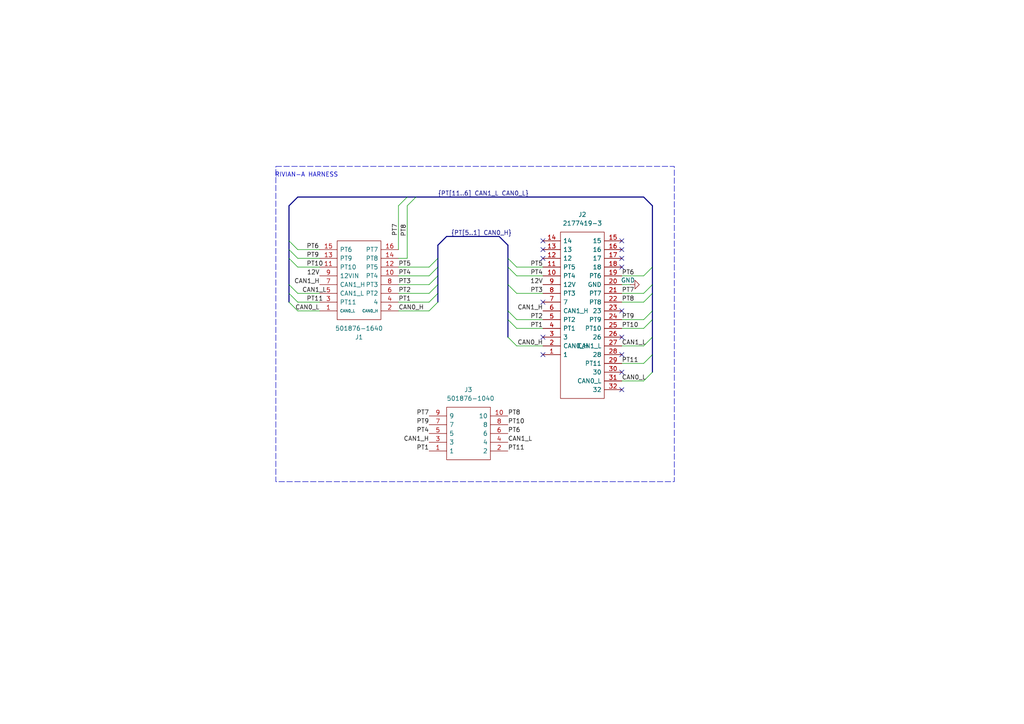
<source format=kicad_sch>
(kicad_sch (version 20250114) (generator "eeschema") (generator_version "9.0")
  (paper "A4")
  (title_block (title "Rivian-A Harness") (comment 2 "21.08.2025") (comment 3 "1 / 1"))
  (lib_symbols
    (symbol "Connector_Molex_sym:2177419-3" (pin_names (offset 0.762))
      (property "Reference" "J2" (at 11.43 7.62 0))
      (property "Value" "2177419-3" (at 11.43 5.08 0))
      (symbol "2177419-3_0_0"
        (pin passive line (at 0 0 0) (length 5.08) (name "14") (number "14"))
        (pin passive line (at 0 -2.54 0) (length 5.08) (name "13") (number "13"))
        (pin passive line (at 0 -5.08 0) (length 5.08) (name "12") (number "12"))
        (pin passive line (at 0 -17.78 0) (length 5.08) (name "7") (number "7"))
        (pin passive line (at 0 -27.94 0) (length 5.08) (name "3") (number "3"))
        (pin passive line (at 0 -33.02 0) (length 5.08) (name "1") (number "1"))
        (pin passive line (at 22.86 0 180) (length 5.08) (name "15") (number "15"))
        (pin passive line (at 22.86 -2.54 180) (length 5.08) (name "16") (number "16"))
        (pin passive line (at 22.86 -5.08 180) (length 5.08) (name "17") (number "17"))
        (pin passive line (at 22.86 -7.62 180) (length 5.08) (name "18") (number "18"))
        (pin passive line (at 22.86 -20.32 180) (length 5.08) (name "23") (number "23"))
        (pin passive line (at 22.86 -27.94 180) (length 5.08) (name "26") (number "26"))
        (pin passive line (at 22.86 -33.02 180) (length 5.08) (name "28") (number "28"))
        (pin passive line (at 22.86 -38.1 180) (length 5.08) (name "30") (number "30"))
        (pin passive line (at 22.86 -43.18 180) (length 5.08) (name "32") (number "32"))
      )
      (symbol "2177419-3_0_1"
        (polyline (pts (xy 5.08 2.54) (xy 17.78 2.54) (xy 17.78 -45.72) (xy 5.08 -45.72) (xy 5.08 2.54)) (stroke (width 0.1524)))
      )
      (symbol "2177419-3_1_0"
        (pin output line (at 0 -7.62 0) (length 5.08) (name "PT5") (number "11"))
        (pin output line (at 0 -10.16 0) (length 5.08) (name "PT4") (number "10"))
        (pin power_out line (at 0 -12.7 0) (length 5.08) (name "12V") (number "9"))
        (pin output line (at 0 -15.24 0) (length 5.08) (name "PT3") (number "8"))
        (pin bidirectional line (at 0 -20.32 0) (length 5.08) (name "CAN1_H") (number "6"))
        (pin output line (at 0 -22.86 0) (length 5.08) (name "PT2") (number "5"))
        (pin output line (at 0 -25.4 0) (length 5.08) (name "PT1") (number "4"))
        (pin bidirectional line (at 0 -30.48 0) (length 5.08) (name "CAN0_H") (number "2"))
        (pin output line (at 22.86 -10.16 180) (length 5.08) (name "PT6") (number "19"))
        (pin passive line (at 22.86 -12.7 180) (length 5.08) (name "GND") (number "20"))
        (pin output line (at 22.86 -15.24 180) (length 5.08) (name "PT7") (number "21"))
        (pin output line (at 22.86 -17.78 180) (length 5.08) (name "PT8") (number "22"))
        (pin output line (at 22.86 -22.86 180) (length 5.08) (name "PT9") (number "24"))
        (pin output line (at 22.86 -25.4 180) (length 5.08) (name "PT10") (number "25"))
        (pin bidirectional line (at 22.86 -30.48 180) (length 5.08) (name "CAN1_L") (number "27"))
        (pin output line (at 22.86 -35.56 180) (length 5.08) (name "PT11") (number "29"))
        (pin bidirectional line (at 22.86 -40.64 180) (length 5.08) (name "CAN0_L") (number "31"))
      )
    )
    (symbol "Connector_Molex_sym:501876-1040" (pin_names (offset 0.762))
      (property "Reference" "J" (at 11.43 7.62 0))
      (property "Value" "501876-1040" (at 6.35 5.08 0))
      (symbol "501876-1040_0_0"
        (pin passive line (at 0 0 0) (length 5.08) (name "9") (number "9"))
        (pin passive line (at 0 -2.54 0) (length 5.08) (name "7") (number "7"))
        (pin passive line (at 0 -5.08 0) (length 5.08) (name "5") (number "5"))
        (pin passive line (at 0 -7.62 0) (length 5.08) (name "3") (number "3"))
        (pin passive line (at 0 -10.16 0) (length 5.08) (name "1") (number "1"))
        (pin passive line (at 22.86 0 180) (length 5.08) (name "10") (number "10"))
        (pin passive line (at 22.86 -2.54 180) (length 5.08) (name "8") (number "8"))
        (pin passive line (at 22.86 -5.08 180) (length 5.08) (name "6") (number "6"))
        (pin passive line (at 22.86 -7.62 180) (length 5.08) (name "4") (number "4"))
        (pin passive line (at 22.86 -10.16 180) (length 5.08) (name "2") (number "2"))
      )
      (symbol "501876-1040_0_1"
        (polyline (pts (xy 5.08 2.54) (xy 17.78 2.54) (xy 17.78 -12.7) (xy 5.08 -12.7) (xy 5.08 2.54)) (stroke (width 0.1524)))
      )
    )
    (symbol "Connector_Molex_sym:501876-1640" (pin_names (offset 0.762))
      (property "Reference" "J" (at 11.43 6.35 0))
      (property "Value" "501876-1640" (at 5.08 8.89 0))
      (symbol "501876-1640_0_0"
        (pin passive line (at 22.86 -2.54 180) (length 5.08) (name "4") (number "4"))
      )
      (symbol "501876-1640_0_1"
        (polyline (pts (xy 5.08 2.54) (xy 17.78 2.54) (xy 17.78 -20.32) (xy 5.08 -20.32) (xy 5.08 2.54)) (stroke (width 0.1524)))
      )
      (symbol "501876-1640_1_0"
        (pin bidirectional line (at 0 0 0) (length 5.08) (name "CAN0_L") (number "1"))
        (pin passive line (at 0 -2.54 0) (length 5.08) (name "PT11") (number "3"))
        (pin bidirectional line (at 0 -5.08 0) (length 5.08) (name "CAN1_L") (number "5"))
        (pin bidirectional line (at 0 -7.62 0) (length 5.08) (name "CAN1_H") (number "7"))
        (pin passive line (at 0 -10.16 0) (length 5.08) (name "12VIN") (number "9"))
        (pin passive line (at 0 -12.7 0) (length 5.08) (name "PT10") (number "11"))
        (pin passive line (at 0 -15.24 0) (length 5.08) (name "PT9") (number "13"))
        (pin passive line (at 0 -17.78 0) (length 5.08) (name "PT6") (number "15"))
        (pin bidirectional line (at 22.86 0 180) (length 5.08) (name "CAN0_H") (number "2"))
        (pin passive line (at 22.86 -5.08 180) (length 5.08) (name "PT2") (number "6"))
        (pin passive line (at 22.86 -7.62 180) (length 5.08) (name "PT3") (number "8"))
        (pin passive line (at 22.86 -10.16 180) (length 5.08) (name "PT4") (number "10"))
        (pin passive line (at 22.86 -12.7 180) (length 5.08) (name "PT5") (number "12"))
        (pin passive line (at 22.86 -15.24 180) (length 5.08) (name "PT8") (number "14"))
        (pin passive line (at 22.86 -17.78 180) (length 5.08) (name "PT7") (number "16"))
      )
    )
    (symbol "power:GND" (power) (pin_numbers (hide yes)) (pin_names (offset 0) (hide yes))
      (property "Value" "GND" (at 0 -3.81 0))
      (symbol "GND_0_1"
        (polyline (pts (xy 0 0) (xy 0 -1.27) (xy 1.27 -1.27) (xy 0 -2.54) (xy -1.27 -1.27) (xy 0 -1.27)))
      )
      (symbol "GND_1_1"
        (pin power_in line (at 0 0 270) (length 0) (name "~") (number "1"))
      )
    )
  )
  (rectangle (start 80.01 48.26) (end 195.58 139.7) (stroke (width 0) (type dash)))
  (text "RIVIAN-A HARNESS\n" (at 88.9 50.8 0) (effects (font (size 1.27 1.27))))
  (no_connect (at 180.34 69.85))
  (no_connect (at 180.34 107.95))
  (no_connect (at 157.48 102.87))
  (no_connect (at 157.48 72.39))
  (no_connect (at 180.34 90.17))
  (no_connect (at 180.34 113.03))
  (no_connect (at 157.48 87.63))
  (no_connect (at 180.34 102.87))
  (no_connect (at 157.48 74.93))
  (no_connect (at 180.34 72.39))
  (no_connect (at 157.48 69.85))
  (no_connect (at 180.34 97.79))
  (no_connect (at 157.48 97.79))
  (no_connect (at 180.34 77.47))
  (no_connect (at 180.34 74.93))
  (bus_entry (at 83.82 82.55) (size 2.54 2.54))
  (bus_entry (at 189.23 77.47) (size -2.54 2.54))
  (bus_entry (at 124.46 90.17) (size 2.54 -2.54))
  (bus_entry (at 127 77.47) (size -2.54 2.54))
  (bus_entry (at 147.32 90.17) (size 2.54 2.54))
  (bus_entry (at 186.69 92.71) (size 2.54 -2.54))
  (bus_entry (at 189.23 102.87) (size -2.54 2.54))
  (bus_entry (at 124.46 82.55) (size 2.54 -2.54))
  (bus_entry (at 147.32 74.93) (size 2.54 2.54))
  (bus_entry (at 186.69 95.25) (size 2.54 -2.54))
  (bus_entry (at 83.82 87.63) (size 2.54 2.54))
  (bus_entry (at 147.32 97.79) (size 2.54 2.54))
  (bus_entry (at 83.82 85.09) (size 2.54 2.54))
  (bus_entry (at 118.11 57.15) (size -2.54 2.54))
  (bus_entry (at 124.46 85.09) (size 2.54 -2.54))
  (bus_entry (at 83.82 74.93) (size 2.54 2.54))
  (bus_entry (at 118.11 59.69) (size 2.54 -2.54))
  (bus_entry (at 127 85.09) (size -2.54 2.54))
  (bus_entry (at 86.36 74.93) (size -2.54 -2.54))
  (bus_entry (at 147.32 82.55) (size 2.54 2.54))
  (bus_entry (at 124.46 77.47) (size 2.54 -2.54))
  (bus_entry (at 147.32 92.71) (size 2.54 2.54))
  (bus_entry (at 186.69 87.63) (size 2.54 -2.54))
  (bus_entry (at 186.69 100.33) (size 2.54 -2.54))
  (bus_entry (at 186.69 110.49) (size 2.54 -2.54))
  (bus_entry (at 83.82 69.85) (size 2.54 2.54))
  (bus_entry (at 189.23 82.55) (size -2.54 2.54))
  (bus_entry (at 147.32 77.47) (size 2.54 2.54))
  (bus (pts (xy 86.36 57.15) (xy 83.82 59.69)))
  (bus (pts (xy 129.54 68.58) (xy 127 71.12)))
  (wire (pts (xy 149.86 85.09) (xy 157.48 85.09)))
  (wire (pts (xy 86.36 85.09) (xy 92.71 85.09)))
  (bus (pts (xy 189.23 85.09) (xy 189.23 82.55)))
  (wire (pts (xy 86.36 87.63) (xy 92.71 87.63)))
  (wire (pts (xy 115.57 85.09) (xy 124.46 85.09)))
  (bus (pts (xy 83.82 74.93) (xy 83.82 82.55)))
  (wire (pts (xy 149.86 95.25) (xy 157.48 95.25)))
  (bus (pts (xy 127 80.01) (xy 127 82.55)))
  (wire (pts (xy 149.86 92.71) (xy 157.48 92.71)))
  (wire (pts (xy 180.34 82.55) (xy 182.88 82.55)))
  (wire (pts (xy 180.34 95.25) (xy 186.69 95.25)))
  (wire (pts (xy 149.86 77.47) (xy 157.48 77.47)))
  (wire (pts (xy 180.34 92.71) (xy 186.69 92.71)))
  (wire (pts (xy 115.57 82.55) (xy 124.46 82.55)))
  (bus (pts (xy 189.23 90.17) (xy 189.23 85.09)))
  (wire (pts (xy 115.57 77.47) (xy 124.46 77.47)))
  (bus (pts (xy 147.32 92.71) (xy 147.32 90.17)))
  (wire (pts (xy 180.34 105.41) (xy 186.69 105.41)))
  (wire (pts (xy 180.34 100.33) (xy 186.69 100.33)))
  (bus (pts (xy 147.32 97.79) (xy 147.32 92.71)))
  (bus (pts (xy 189.23 102.87) (xy 189.23 97.79)))
  (bus (pts (xy 189.23 82.55) (xy 189.23 77.47)))
  (bus (pts (xy 127 85.09) (xy 127 87.63)))
  (bus (pts (xy 147.32 74.93) (xy 147.32 71.12)))
  (wire (pts (xy 86.36 74.93) (xy 92.71 74.93)))
  (bus (pts (xy 147.32 82.55) (xy 147.32 77.47)))
  (wire (pts (xy 180.34 110.49) (xy 186.69 110.49)))
  (bus (pts (xy 83.82 69.85) (xy 83.82 72.39)))
  (bus (pts (xy 118.11 57.15) (xy 120.65 57.15)))
  (wire (pts (xy 149.86 100.33) (xy 157.48 100.33)))
  (wire (pts (xy 115.57 80.01) (xy 124.46 80.01)))
  (bus (pts (xy 83.82 59.69) (xy 83.82 69.85)))
  (bus (pts (xy 144.78 68.58) (xy 129.54 68.58)))
  (bus (pts (xy 147.32 77.47) (xy 147.32 74.93)))
  (bus (pts (xy 189.23 92.71) (xy 189.23 90.17)))
  (bus (pts (xy 127 74.93) (xy 127 77.47)))
  (bus (pts (xy 120.65 57.15) (xy 186.69 57.15)))
  (wire (pts (xy 86.36 90.17) (xy 92.71 90.17)))
  (bus (pts (xy 127 77.47) (xy 127 80.01)))
  (wire (pts (xy 115.57 87.63) (xy 124.46 87.63)))
  (bus (pts (xy 83.82 85.09) (xy 83.82 87.63)))
  (bus (pts (xy 189.23 97.79) (xy 189.23 92.71)))
  (bus (pts (xy 86.36 57.15) (xy 118.11 57.15)))
  (bus (pts (xy 189.23 59.69) (xy 186.69 57.15)))
  (wire (pts (xy 118.11 59.69) (xy 118.11 74.93)))
  (bus (pts (xy 189.23 107.95) (xy 189.23 102.87)))
  (wire (pts (xy 86.36 72.39) (xy 92.71 72.39)))
  (wire (pts (xy 149.86 80.01) (xy 157.48 80.01)))
  (wire (pts (xy 180.34 85.09) (xy 186.69 85.09)))
  (bus (pts (xy 83.82 82.55) (xy 83.82 85.09)))
  (bus (pts (xy 147.32 90.17) (xy 147.32 82.55)))
  (bus (pts (xy 127 71.12) (xy 127 74.93)))
  (wire (pts (xy 86.36 77.47) (xy 92.71 77.47)))
  (bus (pts (xy 147.32 71.12) (xy 144.78 68.58)))
  (bus (pts (xy 83.82 72.39) (xy 83.82 74.93)))
  (bus (pts (xy 189.23 77.47) (xy 189.23 59.69)))
  (wire (pts (xy 180.34 80.01) (xy 186.69 80.01)))
  (wire (pts (xy 115.57 90.17) (xy 124.46 90.17)))
  (bus (pts (xy 127 82.55) (xy 127 85.09)))
  (wire (pts (xy 115.57 59.69) (xy 115.57 72.39)))
  (wire (pts (xy 115.57 74.93) (xy 118.11 74.93)))
  (wire (pts (xy 180.34 87.63) (xy 186.69 87.63)))
  (label "PT9" (at 180.34 92.71 0))
  (label "CAN1_H" (at 124.46 128.27 180))
  (label "CAN0_L" (at 92.71 90.17 180))
  (label "CAN1_L" (at 147.32 128.27 0))
  (label "PT1" (at 157.48 95.25 180))
  (label "PT1" (at 124.46 130.81 180))
  (label "CAN1_H" (at 157.48 90.17 180))
  (label "CAN1_L" (at 180.34 100.33 0))
  (label "PT4" (at 115.57 80.01 0))
  (label "{PT[5..1] CAN0_H}" (at 130.81 68.58 0))
  (label "PT11" (at 147.32 130.81 0))
  (label "12V" (at 157.48 82.55 180))
  (label "CAN0_H" (at 157.48 100.33 180))
  (label "CAN1_H" (at 92.71 82.55 180))
  (label "PT10" (at 88.9 77.47 0))
  (label "PT6" (at 147.32 125.73 0))
  (label "PT7" (at 180.34 85.09 0))
  (label "PT11" (at 88.9 87.63 0))
  (label "PT4" (at 124.46 125.73 180))
  (label "PT8" (at 180.34 87.63 0))
  (label "PT6" (at 88.9 72.39 0))
  (label "PT2" (at 157.48 92.71 180))
  (label "PT7" (at 124.46 120.65 180))
  (label "PT1" (at 115.57 87.63 0))
  (label "PT5" (at 157.48 77.47 180))
  (label "PT9" (at 124.46 123.19 180))
  (label "PT3" (at 157.48 85.09 180))
  (label "PT10" (at 180.34 95.25 0))
  (label "PT8" (at 118.11 68.58 90))
  (label "CAN0_H" (at 115.57 90.17 0))
  (label "PT4" (at 157.48 80.01 180))
  (label "CAN0_L" (at 180.34 110.49 0))
  (label "PT11" (at 180.34 105.41 0))
  (label "PT10" (at 147.32 123.19 0))
  (label "12V" (at 92.71 80.01 180))
  (label "PT8" (at 147.32 120.65 0))
  (label "PT9" (at 88.9 74.93 0))
  (label "PT3" (at 115.57 82.55 0))
  (label "PT2" (at 115.57 85.09 0))
  (label "PT5" (at 115.57 77.47 0))
  (label "CAN1_L" (at 87.63 85.09 0))
  (label "PT6" (at 180.34 80.01 0))
  (label "{PT[11..6] CAN1_L CAN0_L}" (at 127 57.15 0))
  (label "PT7" (at 115.57 64.77 270))
  (symbol (lib_id "Connector_Molex_sym:501876-1040") (at 124.46 120.65 0) (unit 1)
    (property "Reference" "J3" (at 134.62 113.03 0) (effects (justify left)))
    (property "Value" "501876-1040" (at 129.54 115.57 0) (effects (justify left)))
    (property "Footprint" "Rivian_Footprint:5018761040" (effects (hide yes)))
    (property "Datasheet" "http://www.farnell.com/datasheets/2697009.pdf" (effects (hide yes)))
    (property "Description" "MOLEX - 501876-1040 - CONNECTOR, HEADER, 10POS, 2ROW, 2MM" (effects (hide yes)))
    (property "Description_1" "MOLEX - 501876-1040 - CONNECTOR, HEADER, 10POS, 2ROW, 2MM" (effects (hide yes)))
    (property "Height" "8.3" (effects (hide yes)))
    (property "Manufacturer_Name" "Molex" (effects (hide yes)))
    (property "Manufacturer_Part_Number" "501876-1040" (effects (hide yes)))
    (property "Mouser Part Number" "538-501876-1040" (effects (hide yes)))
    (property "Mouser Price/Stock" "https://www.mouser.co.uk/ProductDetail/Molex/501876-1040?qs=AcmJtBVhzkQczlxxv9VM0w%3D%3D" (effects (hide yes)))
  )
  (symbol (lib_id "Connector_Molex_sym:2177419-3") (at 157.48 69.85 0) (unit 1)
    (property "Reference" "J2" (at 168.91 62.23 0))
    (property "Value" "2177419-3" (at 168.91 64.77 0))
    (property "Footprint" "Rivian_Footprint:21774193" (effects (hide yes)))
    (property "Datasheet" "https://www.te.com/commerce/DocumentDelivery/DDEController?Action=srchrtrv&DocNm=114-94160&DocType=Specification%20Or%20Standard&DocLang=English&DocFormat=pdf&PartCntxt=2177419-3" (effects (hide yes)))
    (property "Description" "PCB Mount Header, Horizontal, Wire-to-Board, 32 Position, 1.8 mm [.071 in] Centerline, Fully Shrouded, Tin, Through Hole - Solder, Signal, Nano MQS" (effects (hide yes)))
    (property "Description_1" "PCB Mount Header, Horizontal, Wire-to-Board, 32 Position, 1.8 mm [.071 in] Centerline, Fully Shrouded, Tin, Through Hole - Solder, Signal, Nano MQS" (effects (hide yes)))
    (property "Height" "12.6" (effects (hide yes)))
    (property "Manufacturer_Name" "TE Connectivity" (effects (hide yes)))
    (property "Manufacturer_Part_Number" "2177419-3" (effects (hide yes)))
    (property "Mouser Part Number" "571-2177419-3" (effects (hide yes)))
    (property "Mouser Price/Stock" "https://www.mouser.co.uk/ProductDetail/TE-Connectivity-AMP/2177419-3?qs=N0TJGnUfxCAiqmcwF5KK1g%3D%3D" (effects (hide yes)))
    (property "Arrow Part Number" "2177419-3" (effects (hide yes)))
    (property "Arrow Price/Stock" "https://www.arrow.com/en/products/2177419-3/te-connectivity" (effects (hide yes)))
  )
  (symbol (lib_id "Connector_Molex_sym:501876-1640") (at 92.71 90.17 0) (mirror x) (unit 1)
    (property "Reference" "J1" (at 104.14 97.79 0))
    (property "Value" "501876-1640" (at 104.14 95.25 0))
    (property "Footprint" "Rivian_Footprint:SHDRRA16W50P200_2X8_1800X1450X830P" (effects (hide yes)))
    (property "Datasheet" "https://www.molex.com/pdm_docs/sd/5018761640_sd.pdf" (effects (hide yes)))
    (property "Description" "Headers & Wire Housings IGRID 16P RA HDR DUAL ROW" (effects (hide yes)))
    (property "Description_1" "Headers & Wire Housings IGRID 16P RA HDR DUAL ROW" (effects (hide yes)))
    (property "Height" "8.3" (effects (hide yes)))
    (property "Manufacturer_Name" "Molex" (effects (hide yes)))
    (property "Manufacturer_Part_Number" "501876-1640" (effects (hide yes)))
    (property "Mouser Part Number" "538-501876-1640" (effects (hide yes)))
    (property "Mouser Price/Stock" "https://www.mouser.co.uk/ProductDetail/Molex/501876-1640?qs=AcmJtBVhzkQu5SG65mNYcQ%3D%3D" (effects (hide yes)))
  )
  (symbol (lib_id "power:GND") (at 182.88 82.55 90) (unit 1)
    (property "Reference" "#PWR01" (effects (hide yes)))
    (property "Value" "GND" (at 180.086 81.28 90) (effects (justify right)))
    (property "Description" "Power symbol creates a global label with name \"GND\" , ground" (effects (hide yes)))
  )
)
</source>
